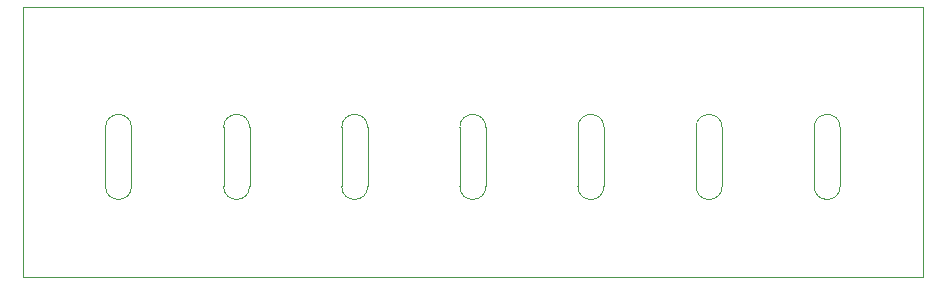
<source format=gbr>
%TF.GenerationSoftware,KiCad,Pcbnew,6.0.7+dfsg-1~bpo11+1*%
%TF.CreationDate,2022-10-18T02:59:47+00:00*%
%TF.ProjectId,0204-OUTLETS,30323034-2d4f-4555-944c-4554532e6b69,V1.0*%
%TF.SameCoordinates,Original*%
%TF.FileFunction,Profile,NP*%
%FSLAX46Y46*%
G04 Gerber Fmt 4.6, Leading zero omitted, Abs format (unit mm)*
G04 Created by KiCad (PCBNEW 6.0.7+dfsg-1~bpo11+1) date 2022-10-18 02:59:47*
%MOMM*%
%LPD*%
G01*
G04 APERTURE LIST*
%TA.AperFunction,Profile*%
%ADD10C,0.050000*%
%TD*%
G04 APERTURE END LIST*
D10*
X47790001Y7660000D02*
G75*
G03*
X49989999Y7660000I1099999J0D01*
G01*
X49989999Y7660000D02*
X49990000Y12660000D01*
X27790001Y7660000D02*
G75*
G03*
X29989999Y7660000I1099999J0D01*
G01*
X59990000Y12660000D02*
G75*
G03*
X57790000Y12660000I-1100000J0D01*
G01*
X76990000Y22860000D02*
X76990000Y0D01*
X47790000Y12660000D02*
X47790001Y7660000D01*
X57790000Y12660000D02*
X57790001Y7660000D01*
X67790001Y7660000D02*
G75*
G03*
X69989999Y7660000I1099999J0D01*
G01*
X29989999Y7660000D02*
X29990000Y12660000D01*
X59989999Y7660000D02*
X59990000Y12660000D01*
X9990000Y12660000D02*
G75*
G03*
X7790000Y12660000I-1100000J0D01*
G01*
X29990000Y12660000D02*
G75*
G03*
X27790000Y12660000I-1100000J0D01*
G01*
X790000Y22860000D02*
X76990000Y22860000D01*
X27790000Y12660000D02*
X27790001Y7660000D01*
X19989999Y7660000D02*
X19990000Y12660000D01*
X37790000Y12660000D02*
X37790001Y7660000D01*
X49990000Y12660000D02*
G75*
G03*
X47790000Y12660000I-1100000J0D01*
G01*
X19990000Y12660000D02*
G75*
G03*
X17790000Y12660000I-1100000J0D01*
G01*
X7790001Y7660000D02*
G75*
G03*
X9989999Y7660000I1099999J0D01*
G01*
X39990000Y12660000D02*
G75*
G03*
X37790000Y12660000I-1100000J0D01*
G01*
X76990000Y0D02*
X790000Y0D01*
X7790000Y12660000D02*
X7790001Y7660000D01*
X37790001Y7660000D02*
G75*
G03*
X39989999Y7660000I1099999J0D01*
G01*
X9989999Y7660000D02*
X9990000Y12660000D01*
X67790000Y12660000D02*
X67790001Y7660000D01*
X790000Y22860000D02*
X790000Y0D01*
X39989999Y7660000D02*
X39990000Y12660000D01*
X17790001Y7660000D02*
G75*
G03*
X19989999Y7660000I1099999J0D01*
G01*
X17790000Y12660000D02*
X17790001Y7660000D01*
X69989999Y7660000D02*
X69990000Y12660000D01*
X69990000Y12660000D02*
G75*
G03*
X67790000Y12660000I-1100000J0D01*
G01*
X57790001Y7660000D02*
G75*
G03*
X59989999Y7660000I1099999J0D01*
G01*
M02*

</source>
